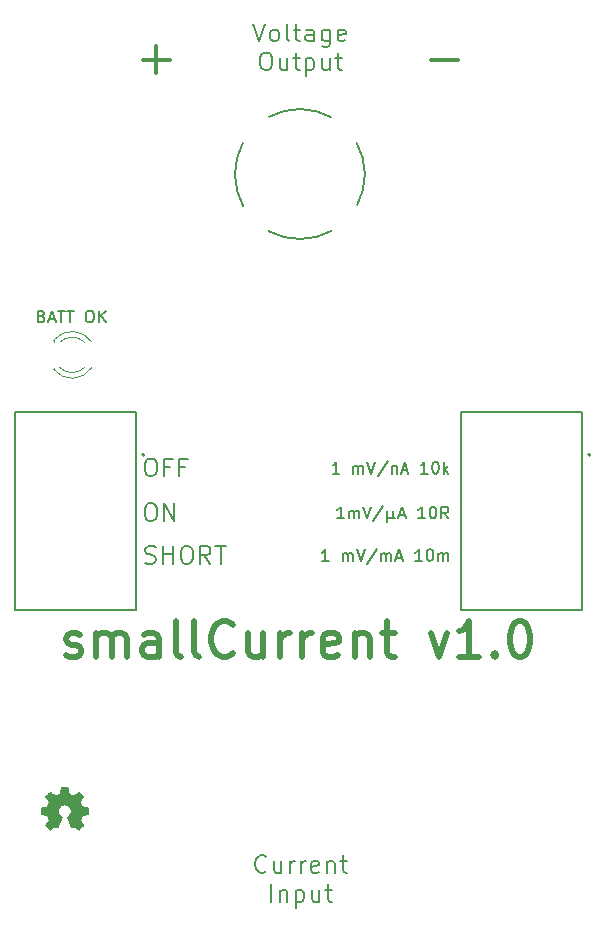
<source format=gbr>
%TF.GenerationSoftware,KiCad,Pcbnew,5.1.8-db9833491~87~ubuntu20.04.1*%
%TF.CreationDate,2020-11-29T21:19:56-07:00*%
%TF.ProjectId,smallcurrent,736d616c-6c63-4757-9272-656e742e6b69,rev?*%
%TF.SameCoordinates,Original*%
%TF.FileFunction,Legend,Top*%
%TF.FilePolarity,Positive*%
%FSLAX46Y46*%
G04 Gerber Fmt 4.6, Leading zero omitted, Abs format (unit mm)*
G04 Created by KiCad (PCBNEW 5.1.8-db9833491~87~ubuntu20.04.1) date 2020-11-29 21:19:56*
%MOMM*%
%LPD*%
G01*
G04 APERTURE LIST*
%ADD10C,0.200000*%
%ADD11C,0.150000*%
%ADD12C,0.300000*%
%ADD13C,0.500000*%
%ADD14C,0.002540*%
%ADD15C,0.120000*%
%ADD16C,0.127000*%
G04 APERTURE END LIST*
D10*
X127190476Y-147252380D02*
X126619047Y-147252380D01*
X126904761Y-147252380D02*
X126904761Y-146252380D01*
X126809523Y-146395238D01*
X126714285Y-146490476D01*
X126619047Y-146538095D01*
X128380952Y-147252380D02*
X128380952Y-146585714D01*
X128380952Y-146680952D02*
X128428571Y-146633333D01*
X128523809Y-146585714D01*
X128666666Y-146585714D01*
X128761904Y-146633333D01*
X128809523Y-146728571D01*
X128809523Y-147252380D01*
X128809523Y-146728571D02*
X128857142Y-146633333D01*
X128952380Y-146585714D01*
X129095238Y-146585714D01*
X129190476Y-146633333D01*
X129238095Y-146728571D01*
X129238095Y-147252380D01*
X129571428Y-146252380D02*
X129904761Y-147252380D01*
X130238095Y-146252380D01*
X131285714Y-146204761D02*
X130428571Y-147490476D01*
X131619047Y-147252380D02*
X131619047Y-146585714D01*
X131619047Y-146680952D02*
X131666666Y-146633333D01*
X131761904Y-146585714D01*
X131904761Y-146585714D01*
X132000000Y-146633333D01*
X132047619Y-146728571D01*
X132047619Y-147252380D01*
X132047619Y-146728571D02*
X132095238Y-146633333D01*
X132190476Y-146585714D01*
X132333333Y-146585714D01*
X132428571Y-146633333D01*
X132476190Y-146728571D01*
X132476190Y-147252380D01*
X132904761Y-146966666D02*
X133380952Y-146966666D01*
X132809523Y-147252380D02*
X133142857Y-146252380D01*
X133476190Y-147252380D01*
X135095238Y-147252380D02*
X134523809Y-147252380D01*
X134809523Y-147252380D02*
X134809523Y-146252380D01*
X134714285Y-146395238D01*
X134619047Y-146490476D01*
X134523809Y-146538095D01*
X135714285Y-146252380D02*
X135809523Y-146252380D01*
X135904761Y-146300000D01*
X135952380Y-146347619D01*
X136000000Y-146442857D01*
X136047619Y-146633333D01*
X136047619Y-146871428D01*
X136000000Y-147061904D01*
X135952380Y-147157142D01*
X135904761Y-147204761D01*
X135809523Y-147252380D01*
X135714285Y-147252380D01*
X135619047Y-147204761D01*
X135571428Y-147157142D01*
X135523809Y-147061904D01*
X135476190Y-146871428D01*
X135476190Y-146633333D01*
X135523809Y-146442857D01*
X135571428Y-146347619D01*
X135619047Y-146300000D01*
X135714285Y-146252380D01*
X136476190Y-147252380D02*
X136476190Y-146585714D01*
X136476190Y-146680952D02*
X136523809Y-146633333D01*
X136619047Y-146585714D01*
X136761904Y-146585714D01*
X136857142Y-146633333D01*
X136904761Y-146728571D01*
X136904761Y-147252380D01*
X136904761Y-146728571D02*
X136952380Y-146633333D01*
X137047619Y-146585714D01*
X137190476Y-146585714D01*
X137285714Y-146633333D01*
X137333333Y-146728571D01*
X137333333Y-147252380D01*
X128491904Y-143652380D02*
X127920476Y-143652380D01*
X128206190Y-143652380D02*
X128206190Y-142652380D01*
X128110952Y-142795238D01*
X128015714Y-142890476D01*
X127920476Y-142938095D01*
X128920476Y-143652380D02*
X128920476Y-142985714D01*
X128920476Y-143080952D02*
X128968095Y-143033333D01*
X129063333Y-142985714D01*
X129206190Y-142985714D01*
X129301428Y-143033333D01*
X129349047Y-143128571D01*
X129349047Y-143652380D01*
X129349047Y-143128571D02*
X129396666Y-143033333D01*
X129491904Y-142985714D01*
X129634761Y-142985714D01*
X129730000Y-143033333D01*
X129777619Y-143128571D01*
X129777619Y-143652380D01*
X130110952Y-142652380D02*
X130444285Y-143652380D01*
X130777619Y-142652380D01*
X131825238Y-142604761D02*
X130968095Y-143890476D01*
X132158571Y-142985714D02*
X132158571Y-143985714D01*
X132634761Y-143509523D02*
X132682380Y-143604761D01*
X132777619Y-143652380D01*
X132158571Y-143509523D02*
X132206190Y-143604761D01*
X132301428Y-143652380D01*
X132491904Y-143652380D01*
X132587142Y-143604761D01*
X132634761Y-143509523D01*
X132634761Y-142985714D01*
X133158571Y-143366666D02*
X133634761Y-143366666D01*
X133063333Y-143652380D02*
X133396666Y-142652380D01*
X133730000Y-143652380D01*
X135349047Y-143652380D02*
X134777619Y-143652380D01*
X135063333Y-143652380D02*
X135063333Y-142652380D01*
X134968095Y-142795238D01*
X134872857Y-142890476D01*
X134777619Y-142938095D01*
X135968095Y-142652380D02*
X136063333Y-142652380D01*
X136158571Y-142700000D01*
X136206190Y-142747619D01*
X136253809Y-142842857D01*
X136301428Y-143033333D01*
X136301428Y-143271428D01*
X136253809Y-143461904D01*
X136206190Y-143557142D01*
X136158571Y-143604761D01*
X136063333Y-143652380D01*
X135968095Y-143652380D01*
X135872857Y-143604761D01*
X135825238Y-143557142D01*
X135777619Y-143461904D01*
X135730000Y-143271428D01*
X135730000Y-143033333D01*
X135777619Y-142842857D01*
X135825238Y-142747619D01*
X135872857Y-142700000D01*
X135968095Y-142652380D01*
X137301428Y-143652380D02*
X136968095Y-143176190D01*
X136730000Y-143652380D02*
X136730000Y-142652380D01*
X137110952Y-142652380D01*
X137206190Y-142700000D01*
X137253809Y-142747619D01*
X137301428Y-142842857D01*
X137301428Y-142985714D01*
X137253809Y-143080952D01*
X137206190Y-143128571D01*
X137110952Y-143176190D01*
X136730000Y-143176190D01*
X128091904Y-139852380D02*
X127520476Y-139852380D01*
X127806190Y-139852380D02*
X127806190Y-138852380D01*
X127710952Y-138995238D01*
X127615714Y-139090476D01*
X127520476Y-139138095D01*
X129282380Y-139852380D02*
X129282380Y-139185714D01*
X129282380Y-139280952D02*
X129330000Y-139233333D01*
X129425238Y-139185714D01*
X129568095Y-139185714D01*
X129663333Y-139233333D01*
X129710952Y-139328571D01*
X129710952Y-139852380D01*
X129710952Y-139328571D02*
X129758571Y-139233333D01*
X129853809Y-139185714D01*
X129996666Y-139185714D01*
X130091904Y-139233333D01*
X130139523Y-139328571D01*
X130139523Y-139852380D01*
X130472857Y-138852380D02*
X130806190Y-139852380D01*
X131139523Y-138852380D01*
X132187142Y-138804761D02*
X131330000Y-140090476D01*
X132520476Y-139185714D02*
X132520476Y-139852380D01*
X132520476Y-139280952D02*
X132568095Y-139233333D01*
X132663333Y-139185714D01*
X132806190Y-139185714D01*
X132901428Y-139233333D01*
X132949047Y-139328571D01*
X132949047Y-139852380D01*
X133377619Y-139566666D02*
X133853809Y-139566666D01*
X133282380Y-139852380D02*
X133615714Y-138852380D01*
X133949047Y-139852380D01*
X135568095Y-139852380D02*
X134996666Y-139852380D01*
X135282380Y-139852380D02*
X135282380Y-138852380D01*
X135187142Y-138995238D01*
X135091904Y-139090476D01*
X134996666Y-139138095D01*
X136187142Y-138852380D02*
X136282380Y-138852380D01*
X136377619Y-138900000D01*
X136425238Y-138947619D01*
X136472857Y-139042857D01*
X136520476Y-139233333D01*
X136520476Y-139471428D01*
X136472857Y-139661904D01*
X136425238Y-139757142D01*
X136377619Y-139804761D01*
X136282380Y-139852380D01*
X136187142Y-139852380D01*
X136091904Y-139804761D01*
X136044285Y-139757142D01*
X135996666Y-139661904D01*
X135949047Y-139471428D01*
X135949047Y-139233333D01*
X135996666Y-139042857D01*
X136044285Y-138947619D01*
X136091904Y-138900000D01*
X136187142Y-138852380D01*
X136949047Y-139852380D02*
X136949047Y-138852380D01*
X137044285Y-139471428D02*
X137330000Y-139852380D01*
X137330000Y-139185714D02*
X136949047Y-139566666D01*
X111972857Y-138578571D02*
X112258571Y-138578571D01*
X112401428Y-138650000D01*
X112544285Y-138792857D01*
X112615714Y-139078571D01*
X112615714Y-139578571D01*
X112544285Y-139864285D01*
X112401428Y-140007142D01*
X112258571Y-140078571D01*
X111972857Y-140078571D01*
X111830000Y-140007142D01*
X111687142Y-139864285D01*
X111615714Y-139578571D01*
X111615714Y-139078571D01*
X111687142Y-138792857D01*
X111830000Y-138650000D01*
X111972857Y-138578571D01*
X113758571Y-139292857D02*
X113258571Y-139292857D01*
X113258571Y-140078571D02*
X113258571Y-138578571D01*
X113972857Y-138578571D01*
X115044285Y-139292857D02*
X114544285Y-139292857D01*
X114544285Y-140078571D02*
X114544285Y-138578571D01*
X115258571Y-138578571D01*
X111972857Y-142378571D02*
X112258571Y-142378571D01*
X112401428Y-142450000D01*
X112544285Y-142592857D01*
X112615714Y-142878571D01*
X112615714Y-143378571D01*
X112544285Y-143664285D01*
X112401428Y-143807142D01*
X112258571Y-143878571D01*
X111972857Y-143878571D01*
X111830000Y-143807142D01*
X111687142Y-143664285D01*
X111615714Y-143378571D01*
X111615714Y-142878571D01*
X111687142Y-142592857D01*
X111830000Y-142450000D01*
X111972857Y-142378571D01*
X113258571Y-143878571D02*
X113258571Y-142378571D01*
X114115714Y-143878571D01*
X114115714Y-142378571D01*
X111678571Y-147407142D02*
X111892857Y-147478571D01*
X112250000Y-147478571D01*
X112392857Y-147407142D01*
X112464285Y-147335714D01*
X112535714Y-147192857D01*
X112535714Y-147050000D01*
X112464285Y-146907142D01*
X112392857Y-146835714D01*
X112250000Y-146764285D01*
X111964285Y-146692857D01*
X111821428Y-146621428D01*
X111750000Y-146550000D01*
X111678571Y-146407142D01*
X111678571Y-146264285D01*
X111750000Y-146121428D01*
X111821428Y-146050000D01*
X111964285Y-145978571D01*
X112321428Y-145978571D01*
X112535714Y-146050000D01*
X113178571Y-147478571D02*
X113178571Y-145978571D01*
X113178571Y-146692857D02*
X114035714Y-146692857D01*
X114035714Y-147478571D02*
X114035714Y-145978571D01*
X115035714Y-145978571D02*
X115321428Y-145978571D01*
X115464285Y-146050000D01*
X115607142Y-146192857D01*
X115678571Y-146478571D01*
X115678571Y-146978571D01*
X115607142Y-147264285D01*
X115464285Y-147407142D01*
X115321428Y-147478571D01*
X115035714Y-147478571D01*
X114892857Y-147407142D01*
X114750000Y-147264285D01*
X114678571Y-146978571D01*
X114678571Y-146478571D01*
X114750000Y-146192857D01*
X114892857Y-146050000D01*
X115035714Y-145978571D01*
X117178571Y-147478571D02*
X116678571Y-146764285D01*
X116321428Y-147478571D02*
X116321428Y-145978571D01*
X116892857Y-145978571D01*
X117035714Y-146050000D01*
X117107142Y-146121428D01*
X117178571Y-146264285D01*
X117178571Y-146478571D01*
X117107142Y-146621428D01*
X117035714Y-146692857D01*
X116892857Y-146764285D01*
X116321428Y-146764285D01*
X117607142Y-145978571D02*
X118464285Y-145978571D01*
X118035714Y-147478571D02*
X118035714Y-145978571D01*
D11*
X102876190Y-126528571D02*
X103019047Y-126576190D01*
X103066666Y-126623809D01*
X103114285Y-126719047D01*
X103114285Y-126861904D01*
X103066666Y-126957142D01*
X103019047Y-127004761D01*
X102923809Y-127052380D01*
X102542857Y-127052380D01*
X102542857Y-126052380D01*
X102876190Y-126052380D01*
X102971428Y-126100000D01*
X103019047Y-126147619D01*
X103066666Y-126242857D01*
X103066666Y-126338095D01*
X103019047Y-126433333D01*
X102971428Y-126480952D01*
X102876190Y-126528571D01*
X102542857Y-126528571D01*
X103495238Y-126766666D02*
X103971428Y-126766666D01*
X103400000Y-127052380D02*
X103733333Y-126052380D01*
X104066666Y-127052380D01*
X104257142Y-126052380D02*
X104828571Y-126052380D01*
X104542857Y-127052380D02*
X104542857Y-126052380D01*
X105019047Y-126052380D02*
X105590476Y-126052380D01*
X105304761Y-127052380D02*
X105304761Y-126052380D01*
X106876190Y-126052380D02*
X107066666Y-126052380D01*
X107161904Y-126100000D01*
X107257142Y-126195238D01*
X107304761Y-126385714D01*
X107304761Y-126719047D01*
X107257142Y-126909523D01*
X107161904Y-127004761D01*
X107066666Y-127052380D01*
X106876190Y-127052380D01*
X106780952Y-127004761D01*
X106685714Y-126909523D01*
X106638095Y-126719047D01*
X106638095Y-126385714D01*
X106685714Y-126195238D01*
X106780952Y-126100000D01*
X106876190Y-126052380D01*
X107733333Y-127052380D02*
X107733333Y-126052380D01*
X108304761Y-127052380D02*
X107876190Y-126480952D01*
X108304761Y-126052380D02*
X107733333Y-126623809D01*
D10*
X121907142Y-173510714D02*
X121835714Y-173582142D01*
X121621428Y-173653571D01*
X121478571Y-173653571D01*
X121264285Y-173582142D01*
X121121428Y-173439285D01*
X121050000Y-173296428D01*
X120978571Y-173010714D01*
X120978571Y-172796428D01*
X121050000Y-172510714D01*
X121121428Y-172367857D01*
X121264285Y-172225000D01*
X121478571Y-172153571D01*
X121621428Y-172153571D01*
X121835714Y-172225000D01*
X121907142Y-172296428D01*
X123192857Y-172653571D02*
X123192857Y-173653571D01*
X122550000Y-172653571D02*
X122550000Y-173439285D01*
X122621428Y-173582142D01*
X122764285Y-173653571D01*
X122978571Y-173653571D01*
X123121428Y-173582142D01*
X123192857Y-173510714D01*
X123907142Y-173653571D02*
X123907142Y-172653571D01*
X123907142Y-172939285D02*
X123978571Y-172796428D01*
X124050000Y-172725000D01*
X124192857Y-172653571D01*
X124335714Y-172653571D01*
X124835714Y-173653571D02*
X124835714Y-172653571D01*
X124835714Y-172939285D02*
X124907142Y-172796428D01*
X124978571Y-172725000D01*
X125121428Y-172653571D01*
X125264285Y-172653571D01*
X126335714Y-173582142D02*
X126192857Y-173653571D01*
X125907142Y-173653571D01*
X125764285Y-173582142D01*
X125692857Y-173439285D01*
X125692857Y-172867857D01*
X125764285Y-172725000D01*
X125907142Y-172653571D01*
X126192857Y-172653571D01*
X126335714Y-172725000D01*
X126407142Y-172867857D01*
X126407142Y-173010714D01*
X125692857Y-173153571D01*
X127050000Y-172653571D02*
X127050000Y-173653571D01*
X127050000Y-172796428D02*
X127121428Y-172725000D01*
X127264285Y-172653571D01*
X127478571Y-172653571D01*
X127621428Y-172725000D01*
X127692857Y-172867857D01*
X127692857Y-173653571D01*
X128192857Y-172653571D02*
X128764285Y-172653571D01*
X128407142Y-172153571D02*
X128407142Y-173439285D01*
X128478571Y-173582142D01*
X128621428Y-173653571D01*
X128764285Y-173653571D01*
X122335714Y-176103571D02*
X122335714Y-174603571D01*
X123050000Y-175103571D02*
X123050000Y-176103571D01*
X123050000Y-175246428D02*
X123121428Y-175175000D01*
X123264285Y-175103571D01*
X123478571Y-175103571D01*
X123621428Y-175175000D01*
X123692857Y-175317857D01*
X123692857Y-176103571D01*
X124407142Y-175103571D02*
X124407142Y-176603571D01*
X124407142Y-175175000D02*
X124550000Y-175103571D01*
X124835714Y-175103571D01*
X124978571Y-175175000D01*
X125050000Y-175246428D01*
X125121428Y-175389285D01*
X125121428Y-175817857D01*
X125050000Y-175960714D01*
X124978571Y-176032142D01*
X124835714Y-176103571D01*
X124550000Y-176103571D01*
X124407142Y-176032142D01*
X126407142Y-175103571D02*
X126407142Y-176103571D01*
X125764285Y-175103571D02*
X125764285Y-175889285D01*
X125835714Y-176032142D01*
X125978571Y-176103571D01*
X126192857Y-176103571D01*
X126335714Y-176032142D01*
X126407142Y-175960714D01*
X126907142Y-175103571D02*
X127478571Y-175103571D01*
X127121428Y-174603571D02*
X127121428Y-175889285D01*
X127192857Y-176032142D01*
X127335714Y-176103571D01*
X127478571Y-176103571D01*
D12*
X135857142Y-104814285D02*
X138142857Y-104814285D01*
X111457142Y-104814285D02*
X113742857Y-104814285D01*
X112600000Y-105957142D02*
X112600000Y-103671428D01*
D10*
X120800000Y-101753571D02*
X121300000Y-103253571D01*
X121800000Y-101753571D01*
X122514285Y-103253571D02*
X122371428Y-103182142D01*
X122300000Y-103110714D01*
X122228571Y-102967857D01*
X122228571Y-102539285D01*
X122300000Y-102396428D01*
X122371428Y-102325000D01*
X122514285Y-102253571D01*
X122728571Y-102253571D01*
X122871428Y-102325000D01*
X122942857Y-102396428D01*
X123014285Y-102539285D01*
X123014285Y-102967857D01*
X122942857Y-103110714D01*
X122871428Y-103182142D01*
X122728571Y-103253571D01*
X122514285Y-103253571D01*
X123871428Y-103253571D02*
X123728571Y-103182142D01*
X123657142Y-103039285D01*
X123657142Y-101753571D01*
X124228571Y-102253571D02*
X124800000Y-102253571D01*
X124442857Y-101753571D02*
X124442857Y-103039285D01*
X124514285Y-103182142D01*
X124657142Y-103253571D01*
X124800000Y-103253571D01*
X125942857Y-103253571D02*
X125942857Y-102467857D01*
X125871428Y-102325000D01*
X125728571Y-102253571D01*
X125442857Y-102253571D01*
X125300000Y-102325000D01*
X125942857Y-103182142D02*
X125800000Y-103253571D01*
X125442857Y-103253571D01*
X125300000Y-103182142D01*
X125228571Y-103039285D01*
X125228571Y-102896428D01*
X125300000Y-102753571D01*
X125442857Y-102682142D01*
X125800000Y-102682142D01*
X125942857Y-102610714D01*
X127300000Y-102253571D02*
X127300000Y-103467857D01*
X127228571Y-103610714D01*
X127157142Y-103682142D01*
X127014285Y-103753571D01*
X126800000Y-103753571D01*
X126657142Y-103682142D01*
X127300000Y-103182142D02*
X127157142Y-103253571D01*
X126871428Y-103253571D01*
X126728571Y-103182142D01*
X126657142Y-103110714D01*
X126585714Y-102967857D01*
X126585714Y-102539285D01*
X126657142Y-102396428D01*
X126728571Y-102325000D01*
X126871428Y-102253571D01*
X127157142Y-102253571D01*
X127300000Y-102325000D01*
X128585714Y-103182142D02*
X128442857Y-103253571D01*
X128157142Y-103253571D01*
X128014285Y-103182142D01*
X127942857Y-103039285D01*
X127942857Y-102467857D01*
X128014285Y-102325000D01*
X128157142Y-102253571D01*
X128442857Y-102253571D01*
X128585714Y-102325000D01*
X128657142Y-102467857D01*
X128657142Y-102610714D01*
X127942857Y-102753571D01*
X121764285Y-104203571D02*
X122050000Y-104203571D01*
X122192857Y-104275000D01*
X122335714Y-104417857D01*
X122407142Y-104703571D01*
X122407142Y-105203571D01*
X122335714Y-105489285D01*
X122192857Y-105632142D01*
X122050000Y-105703571D01*
X121764285Y-105703571D01*
X121621428Y-105632142D01*
X121478571Y-105489285D01*
X121407142Y-105203571D01*
X121407142Y-104703571D01*
X121478571Y-104417857D01*
X121621428Y-104275000D01*
X121764285Y-104203571D01*
X123692857Y-104703571D02*
X123692857Y-105703571D01*
X123050000Y-104703571D02*
X123050000Y-105489285D01*
X123121428Y-105632142D01*
X123264285Y-105703571D01*
X123478571Y-105703571D01*
X123621428Y-105632142D01*
X123692857Y-105560714D01*
X124192857Y-104703571D02*
X124764285Y-104703571D01*
X124407142Y-104203571D02*
X124407142Y-105489285D01*
X124478571Y-105632142D01*
X124621428Y-105703571D01*
X124764285Y-105703571D01*
X125264285Y-104703571D02*
X125264285Y-106203571D01*
X125264285Y-104775000D02*
X125407142Y-104703571D01*
X125692857Y-104703571D01*
X125835714Y-104775000D01*
X125907142Y-104846428D01*
X125978571Y-104989285D01*
X125978571Y-105417857D01*
X125907142Y-105560714D01*
X125835714Y-105632142D01*
X125692857Y-105703571D01*
X125407142Y-105703571D01*
X125264285Y-105632142D01*
X127264285Y-104703571D02*
X127264285Y-105703571D01*
X126621428Y-104703571D02*
X126621428Y-105489285D01*
X126692857Y-105632142D01*
X126835714Y-105703571D01*
X127050000Y-105703571D01*
X127192857Y-105632142D01*
X127264285Y-105560714D01*
X127764285Y-104703571D02*
X128335714Y-104703571D01*
X127978571Y-104203571D02*
X127978571Y-105489285D01*
X128050000Y-105632142D01*
X128192857Y-105703571D01*
X128335714Y-105703571D01*
D13*
X104957142Y-155214285D02*
X105242857Y-155357142D01*
X105814285Y-155357142D01*
X106100000Y-155214285D01*
X106242857Y-154928571D01*
X106242857Y-154785714D01*
X106100000Y-154500000D01*
X105814285Y-154357142D01*
X105385714Y-154357142D01*
X105100000Y-154214285D01*
X104957142Y-153928571D01*
X104957142Y-153785714D01*
X105100000Y-153500000D01*
X105385714Y-153357142D01*
X105814285Y-153357142D01*
X106100000Y-153500000D01*
X107528571Y-155357142D02*
X107528571Y-153357142D01*
X107528571Y-153642857D02*
X107671428Y-153500000D01*
X107957142Y-153357142D01*
X108385714Y-153357142D01*
X108671428Y-153500000D01*
X108814285Y-153785714D01*
X108814285Y-155357142D01*
X108814285Y-153785714D02*
X108957142Y-153500000D01*
X109242857Y-153357142D01*
X109671428Y-153357142D01*
X109957142Y-153500000D01*
X110100000Y-153785714D01*
X110100000Y-155357142D01*
X112814285Y-155357142D02*
X112814285Y-153785714D01*
X112671428Y-153500000D01*
X112385714Y-153357142D01*
X111814285Y-153357142D01*
X111528571Y-153500000D01*
X112814285Y-155214285D02*
X112528571Y-155357142D01*
X111814285Y-155357142D01*
X111528571Y-155214285D01*
X111385714Y-154928571D01*
X111385714Y-154642857D01*
X111528571Y-154357142D01*
X111814285Y-154214285D01*
X112528571Y-154214285D01*
X112814285Y-154071428D01*
X114671428Y-155357142D02*
X114385714Y-155214285D01*
X114242857Y-154928571D01*
X114242857Y-152357142D01*
X116242857Y-155357142D02*
X115957142Y-155214285D01*
X115814285Y-154928571D01*
X115814285Y-152357142D01*
X119100000Y-155071428D02*
X118957142Y-155214285D01*
X118528571Y-155357142D01*
X118242857Y-155357142D01*
X117814285Y-155214285D01*
X117528571Y-154928571D01*
X117385714Y-154642857D01*
X117242857Y-154071428D01*
X117242857Y-153642857D01*
X117385714Y-153071428D01*
X117528571Y-152785714D01*
X117814285Y-152500000D01*
X118242857Y-152357142D01*
X118528571Y-152357142D01*
X118957142Y-152500000D01*
X119100000Y-152642857D01*
X121671428Y-153357142D02*
X121671428Y-155357142D01*
X120385714Y-153357142D02*
X120385714Y-154928571D01*
X120528571Y-155214285D01*
X120814285Y-155357142D01*
X121242857Y-155357142D01*
X121528571Y-155214285D01*
X121671428Y-155071428D01*
X123100000Y-155357142D02*
X123100000Y-153357142D01*
X123100000Y-153928571D02*
X123242857Y-153642857D01*
X123385714Y-153500000D01*
X123671428Y-153357142D01*
X123957142Y-153357142D01*
X124957142Y-155357142D02*
X124957142Y-153357142D01*
X124957142Y-153928571D02*
X125100000Y-153642857D01*
X125242857Y-153500000D01*
X125528571Y-153357142D01*
X125814285Y-153357142D01*
X127957142Y-155214285D02*
X127671428Y-155357142D01*
X127100000Y-155357142D01*
X126814285Y-155214285D01*
X126671428Y-154928571D01*
X126671428Y-153785714D01*
X126814285Y-153500000D01*
X127100000Y-153357142D01*
X127671428Y-153357142D01*
X127957142Y-153500000D01*
X128100000Y-153785714D01*
X128100000Y-154071428D01*
X126671428Y-154357142D01*
X129385714Y-153357142D02*
X129385714Y-155357142D01*
X129385714Y-153642857D02*
X129528571Y-153500000D01*
X129814285Y-153357142D01*
X130242857Y-153357142D01*
X130528571Y-153500000D01*
X130671428Y-153785714D01*
X130671428Y-155357142D01*
X131671428Y-153357142D02*
X132814285Y-153357142D01*
X132100000Y-152357142D02*
X132100000Y-154928571D01*
X132242857Y-155214285D01*
X132528571Y-155357142D01*
X132814285Y-155357142D01*
X135814285Y-153357142D02*
X136528571Y-155357142D01*
X137242857Y-153357142D01*
X139957142Y-155357142D02*
X138242857Y-155357142D01*
X139100000Y-155357142D02*
X139100000Y-152357142D01*
X138814285Y-152785714D01*
X138528571Y-153071428D01*
X138242857Y-153214285D01*
X141242857Y-155071428D02*
X141385714Y-155214285D01*
X141242857Y-155357142D01*
X141100000Y-155214285D01*
X141242857Y-155071428D01*
X141242857Y-155357142D01*
X143242857Y-152357142D02*
X143528571Y-152357142D01*
X143814285Y-152500000D01*
X143957142Y-152642857D01*
X144100000Y-152928571D01*
X144242857Y-153500000D01*
X144242857Y-154214285D01*
X144100000Y-154785714D01*
X143957142Y-155071428D01*
X143814285Y-155214285D01*
X143528571Y-155357142D01*
X143242857Y-155357142D01*
X142957142Y-155214285D01*
X142814285Y-155071428D01*
X142671428Y-154785714D01*
X142528571Y-154214285D01*
X142528571Y-153500000D01*
X142671428Y-152928571D01*
X142814285Y-152642857D01*
X142957142Y-152500000D01*
X143242857Y-152357142D01*
D14*
%TO.C,G\u002A\u002A\u002A*%
G36*
X103588420Y-169995780D02*
G01*
X103608740Y-169985620D01*
X103657000Y-169955140D01*
X103723040Y-169911960D01*
X103801780Y-169858620D01*
X103880520Y-169805280D01*
X103946560Y-169762100D01*
X103992280Y-169731620D01*
X104010060Y-169721460D01*
X104020220Y-169724000D01*
X104058320Y-169744320D01*
X104114200Y-169772260D01*
X104144680Y-169787500D01*
X104195480Y-169810360D01*
X104220880Y-169815440D01*
X104223420Y-169807820D01*
X104243740Y-169769720D01*
X104271680Y-169703680D01*
X104309780Y-169617320D01*
X104352960Y-169515720D01*
X104398680Y-169406500D01*
X104444400Y-169294740D01*
X104490120Y-169188060D01*
X104528220Y-169091540D01*
X104561240Y-169015340D01*
X104581560Y-168959460D01*
X104589180Y-168936600D01*
X104586640Y-168931520D01*
X104561240Y-168908660D01*
X104518060Y-168875640D01*
X104421540Y-168796900D01*
X104330100Y-168680060D01*
X104271680Y-168547980D01*
X104253900Y-168400660D01*
X104269140Y-168266040D01*
X104322480Y-168136500D01*
X104413920Y-168017120D01*
X104525680Y-167930760D01*
X104655220Y-167874880D01*
X104800000Y-167857100D01*
X104939700Y-167872340D01*
X105071780Y-167925680D01*
X105191160Y-168014580D01*
X105239420Y-168073000D01*
X105308000Y-168192380D01*
X105348640Y-168319380D01*
X105351180Y-168349860D01*
X105346100Y-168492100D01*
X105305460Y-168626720D01*
X105231800Y-168746100D01*
X105127660Y-168845160D01*
X105114960Y-168855320D01*
X105066700Y-168890880D01*
X105036220Y-168913740D01*
X105010820Y-168934060D01*
X105188620Y-169365860D01*
X105216560Y-169434440D01*
X105267360Y-169551280D01*
X105310540Y-169652880D01*
X105343560Y-169734160D01*
X105368960Y-169787500D01*
X105379120Y-169810360D01*
X105394360Y-169812900D01*
X105427380Y-169800200D01*
X105488340Y-169772260D01*
X105528980Y-169751940D01*
X105574700Y-169729080D01*
X105595020Y-169721460D01*
X105612800Y-169731620D01*
X105655980Y-169759560D01*
X105719480Y-169802740D01*
X105795680Y-169853540D01*
X105869340Y-169904340D01*
X105937920Y-169950060D01*
X105986180Y-169980540D01*
X106011580Y-169993240D01*
X106014120Y-169993240D01*
X106034440Y-169980540D01*
X106075080Y-169950060D01*
X106133500Y-169894180D01*
X106214780Y-169812900D01*
X106227480Y-169800200D01*
X106296060Y-169729080D01*
X106351940Y-169670660D01*
X106390040Y-169630020D01*
X106402740Y-169612240D01*
X106390040Y-169586840D01*
X106359560Y-169538580D01*
X106313840Y-169470000D01*
X106260500Y-169391260D01*
X106118260Y-169182980D01*
X106197000Y-168987400D01*
X106219860Y-168928980D01*
X106250340Y-168855320D01*
X106273200Y-168804520D01*
X106285900Y-168781660D01*
X106306220Y-168774040D01*
X106359560Y-168761340D01*
X106438300Y-168743560D01*
X106529740Y-168728320D01*
X106618640Y-168710540D01*
X106697380Y-168695300D01*
X106755800Y-168685140D01*
X106781200Y-168680060D01*
X106786280Y-168674980D01*
X106791360Y-168662280D01*
X106796440Y-168636880D01*
X106796440Y-168588620D01*
X106798980Y-168512420D01*
X106798980Y-168400660D01*
X106798980Y-168390500D01*
X106796440Y-168283820D01*
X106796440Y-168200000D01*
X106793900Y-168146660D01*
X106788820Y-168126340D01*
X106763420Y-168118720D01*
X106707540Y-168108560D01*
X106628800Y-168090780D01*
X106532280Y-168073000D01*
X106527200Y-168073000D01*
X106433220Y-168055220D01*
X106354480Y-168037440D01*
X106298600Y-168024740D01*
X106275740Y-168017120D01*
X106270660Y-168012040D01*
X106250340Y-167973940D01*
X106222400Y-167915520D01*
X106191920Y-167844400D01*
X106161440Y-167770740D01*
X106133500Y-167702160D01*
X106115720Y-167653900D01*
X106110640Y-167631040D01*
X106125880Y-167608180D01*
X106158900Y-167557380D01*
X106204620Y-167491340D01*
X106260500Y-167410060D01*
X106263040Y-167402440D01*
X106318920Y-167323700D01*
X106362100Y-167255120D01*
X106392580Y-167206860D01*
X106402740Y-167186540D01*
X106402740Y-167184000D01*
X106384960Y-167161140D01*
X106344320Y-167115420D01*
X106285900Y-167054460D01*
X106214780Y-166983340D01*
X106191920Y-166963020D01*
X106115720Y-166886820D01*
X106062380Y-166836020D01*
X106026820Y-166810620D01*
X106011580Y-166803000D01*
X106011580Y-166805540D01*
X105986180Y-166818240D01*
X105935380Y-166851260D01*
X105866800Y-166899520D01*
X105785520Y-166952860D01*
X105780440Y-166957940D01*
X105701700Y-167011280D01*
X105635660Y-167057000D01*
X105587400Y-167087480D01*
X105567080Y-167100180D01*
X105562000Y-167100180D01*
X105531520Y-167090020D01*
X105473100Y-167072240D01*
X105404520Y-167044300D01*
X105330860Y-167013820D01*
X105262280Y-166985880D01*
X105211480Y-166963020D01*
X105188620Y-166950320D01*
X105188620Y-166947780D01*
X105178460Y-166919840D01*
X105165760Y-166858880D01*
X105147980Y-166777600D01*
X105130200Y-166678540D01*
X105127660Y-166663300D01*
X105109880Y-166569320D01*
X105094640Y-166490580D01*
X105081940Y-166434700D01*
X105076860Y-166411840D01*
X105064160Y-166409300D01*
X105015900Y-166406760D01*
X104944780Y-166404220D01*
X104858420Y-166404220D01*
X104769520Y-166404220D01*
X104683160Y-166406760D01*
X104606960Y-166409300D01*
X104553620Y-166411840D01*
X104530760Y-166416920D01*
X104528220Y-166419460D01*
X104520600Y-166447400D01*
X104507900Y-166508360D01*
X104490120Y-166589640D01*
X104472340Y-166688700D01*
X104469800Y-166706480D01*
X104452020Y-166800460D01*
X104434240Y-166879200D01*
X104424080Y-166932540D01*
X104416460Y-166952860D01*
X104408840Y-166957940D01*
X104370740Y-166975720D01*
X104307240Y-167001120D01*
X104225960Y-167034140D01*
X104043080Y-167107800D01*
X103819560Y-166952860D01*
X103799240Y-166940160D01*
X103717960Y-166884280D01*
X103651920Y-166841100D01*
X103606200Y-166810620D01*
X103585880Y-166800460D01*
X103563020Y-166820780D01*
X103517300Y-166861420D01*
X103456340Y-166922380D01*
X103387760Y-166990960D01*
X103334420Y-167044300D01*
X103273460Y-167107800D01*
X103232820Y-167148440D01*
X103212500Y-167176380D01*
X103204880Y-167194160D01*
X103207420Y-167204320D01*
X103220120Y-167227180D01*
X103253140Y-167275440D01*
X103298860Y-167344020D01*
X103354740Y-167422760D01*
X103400460Y-167491340D01*
X103448720Y-167565000D01*
X103479200Y-167618340D01*
X103491900Y-167646280D01*
X103489360Y-167656440D01*
X103471580Y-167699620D01*
X103446180Y-167768200D01*
X103413160Y-167846940D01*
X103334420Y-168024740D01*
X103217580Y-168045060D01*
X103146460Y-168060300D01*
X103047400Y-168078080D01*
X102953420Y-168095860D01*
X102806100Y-168126340D01*
X102801020Y-168664820D01*
X102823880Y-168674980D01*
X102846740Y-168682600D01*
X102900080Y-168692760D01*
X102978820Y-168708000D01*
X103070260Y-168725780D01*
X103149000Y-168741020D01*
X103227740Y-168756260D01*
X103283620Y-168766420D01*
X103309020Y-168771500D01*
X103316640Y-168781660D01*
X103336960Y-168819760D01*
X103364900Y-168880720D01*
X103395380Y-168954380D01*
X103425860Y-169028040D01*
X103453800Y-169099160D01*
X103474120Y-169152500D01*
X103481740Y-169180440D01*
X103471580Y-169200760D01*
X103441100Y-169246480D01*
X103397920Y-169312520D01*
X103344580Y-169391260D01*
X103288700Y-169470000D01*
X103245520Y-169538580D01*
X103212500Y-169586840D01*
X103199800Y-169607160D01*
X103207420Y-169622400D01*
X103237900Y-169660500D01*
X103296320Y-169721460D01*
X103385220Y-169810360D01*
X103400460Y-169823060D01*
X103469040Y-169891640D01*
X103530000Y-169944980D01*
X103570640Y-169983080D01*
X103588420Y-169995780D01*
G37*
X103588420Y-169995780D02*
X103608740Y-169985620D01*
X103657000Y-169955140D01*
X103723040Y-169911960D01*
X103801780Y-169858620D01*
X103880520Y-169805280D01*
X103946560Y-169762100D01*
X103992280Y-169731620D01*
X104010060Y-169721460D01*
X104020220Y-169724000D01*
X104058320Y-169744320D01*
X104114200Y-169772260D01*
X104144680Y-169787500D01*
X104195480Y-169810360D01*
X104220880Y-169815440D01*
X104223420Y-169807820D01*
X104243740Y-169769720D01*
X104271680Y-169703680D01*
X104309780Y-169617320D01*
X104352960Y-169515720D01*
X104398680Y-169406500D01*
X104444400Y-169294740D01*
X104490120Y-169188060D01*
X104528220Y-169091540D01*
X104561240Y-169015340D01*
X104581560Y-168959460D01*
X104589180Y-168936600D01*
X104586640Y-168931520D01*
X104561240Y-168908660D01*
X104518060Y-168875640D01*
X104421540Y-168796900D01*
X104330100Y-168680060D01*
X104271680Y-168547980D01*
X104253900Y-168400660D01*
X104269140Y-168266040D01*
X104322480Y-168136500D01*
X104413920Y-168017120D01*
X104525680Y-167930760D01*
X104655220Y-167874880D01*
X104800000Y-167857100D01*
X104939700Y-167872340D01*
X105071780Y-167925680D01*
X105191160Y-168014580D01*
X105239420Y-168073000D01*
X105308000Y-168192380D01*
X105348640Y-168319380D01*
X105351180Y-168349860D01*
X105346100Y-168492100D01*
X105305460Y-168626720D01*
X105231800Y-168746100D01*
X105127660Y-168845160D01*
X105114960Y-168855320D01*
X105066700Y-168890880D01*
X105036220Y-168913740D01*
X105010820Y-168934060D01*
X105188620Y-169365860D01*
X105216560Y-169434440D01*
X105267360Y-169551280D01*
X105310540Y-169652880D01*
X105343560Y-169734160D01*
X105368960Y-169787500D01*
X105379120Y-169810360D01*
X105394360Y-169812900D01*
X105427380Y-169800200D01*
X105488340Y-169772260D01*
X105528980Y-169751940D01*
X105574700Y-169729080D01*
X105595020Y-169721460D01*
X105612800Y-169731620D01*
X105655980Y-169759560D01*
X105719480Y-169802740D01*
X105795680Y-169853540D01*
X105869340Y-169904340D01*
X105937920Y-169950060D01*
X105986180Y-169980540D01*
X106011580Y-169993240D01*
X106014120Y-169993240D01*
X106034440Y-169980540D01*
X106075080Y-169950060D01*
X106133500Y-169894180D01*
X106214780Y-169812900D01*
X106227480Y-169800200D01*
X106296060Y-169729080D01*
X106351940Y-169670660D01*
X106390040Y-169630020D01*
X106402740Y-169612240D01*
X106390040Y-169586840D01*
X106359560Y-169538580D01*
X106313840Y-169470000D01*
X106260500Y-169391260D01*
X106118260Y-169182980D01*
X106197000Y-168987400D01*
X106219860Y-168928980D01*
X106250340Y-168855320D01*
X106273200Y-168804520D01*
X106285900Y-168781660D01*
X106306220Y-168774040D01*
X106359560Y-168761340D01*
X106438300Y-168743560D01*
X106529740Y-168728320D01*
X106618640Y-168710540D01*
X106697380Y-168695300D01*
X106755800Y-168685140D01*
X106781200Y-168680060D01*
X106786280Y-168674980D01*
X106791360Y-168662280D01*
X106796440Y-168636880D01*
X106796440Y-168588620D01*
X106798980Y-168512420D01*
X106798980Y-168400660D01*
X106798980Y-168390500D01*
X106796440Y-168283820D01*
X106796440Y-168200000D01*
X106793900Y-168146660D01*
X106788820Y-168126340D01*
X106763420Y-168118720D01*
X106707540Y-168108560D01*
X106628800Y-168090780D01*
X106532280Y-168073000D01*
X106527200Y-168073000D01*
X106433220Y-168055220D01*
X106354480Y-168037440D01*
X106298600Y-168024740D01*
X106275740Y-168017120D01*
X106270660Y-168012040D01*
X106250340Y-167973940D01*
X106222400Y-167915520D01*
X106191920Y-167844400D01*
X106161440Y-167770740D01*
X106133500Y-167702160D01*
X106115720Y-167653900D01*
X106110640Y-167631040D01*
X106125880Y-167608180D01*
X106158900Y-167557380D01*
X106204620Y-167491340D01*
X106260500Y-167410060D01*
X106263040Y-167402440D01*
X106318920Y-167323700D01*
X106362100Y-167255120D01*
X106392580Y-167206860D01*
X106402740Y-167186540D01*
X106402740Y-167184000D01*
X106384960Y-167161140D01*
X106344320Y-167115420D01*
X106285900Y-167054460D01*
X106214780Y-166983340D01*
X106191920Y-166963020D01*
X106115720Y-166886820D01*
X106062380Y-166836020D01*
X106026820Y-166810620D01*
X106011580Y-166803000D01*
X106011580Y-166805540D01*
X105986180Y-166818240D01*
X105935380Y-166851260D01*
X105866800Y-166899520D01*
X105785520Y-166952860D01*
X105780440Y-166957940D01*
X105701700Y-167011280D01*
X105635660Y-167057000D01*
X105587400Y-167087480D01*
X105567080Y-167100180D01*
X105562000Y-167100180D01*
X105531520Y-167090020D01*
X105473100Y-167072240D01*
X105404520Y-167044300D01*
X105330860Y-167013820D01*
X105262280Y-166985880D01*
X105211480Y-166963020D01*
X105188620Y-166950320D01*
X105188620Y-166947780D01*
X105178460Y-166919840D01*
X105165760Y-166858880D01*
X105147980Y-166777600D01*
X105130200Y-166678540D01*
X105127660Y-166663300D01*
X105109880Y-166569320D01*
X105094640Y-166490580D01*
X105081940Y-166434700D01*
X105076860Y-166411840D01*
X105064160Y-166409300D01*
X105015900Y-166406760D01*
X104944780Y-166404220D01*
X104858420Y-166404220D01*
X104769520Y-166404220D01*
X104683160Y-166406760D01*
X104606960Y-166409300D01*
X104553620Y-166411840D01*
X104530760Y-166416920D01*
X104528220Y-166419460D01*
X104520600Y-166447400D01*
X104507900Y-166508360D01*
X104490120Y-166589640D01*
X104472340Y-166688700D01*
X104469800Y-166706480D01*
X104452020Y-166800460D01*
X104434240Y-166879200D01*
X104424080Y-166932540D01*
X104416460Y-166952860D01*
X104408840Y-166957940D01*
X104370740Y-166975720D01*
X104307240Y-167001120D01*
X104225960Y-167034140D01*
X104043080Y-167107800D01*
X103819560Y-166952860D01*
X103799240Y-166940160D01*
X103717960Y-166884280D01*
X103651920Y-166841100D01*
X103606200Y-166810620D01*
X103585880Y-166800460D01*
X103563020Y-166820780D01*
X103517300Y-166861420D01*
X103456340Y-166922380D01*
X103387760Y-166990960D01*
X103334420Y-167044300D01*
X103273460Y-167107800D01*
X103232820Y-167148440D01*
X103212500Y-167176380D01*
X103204880Y-167194160D01*
X103207420Y-167204320D01*
X103220120Y-167227180D01*
X103253140Y-167275440D01*
X103298860Y-167344020D01*
X103354740Y-167422760D01*
X103400460Y-167491340D01*
X103448720Y-167565000D01*
X103479200Y-167618340D01*
X103491900Y-167646280D01*
X103489360Y-167656440D01*
X103471580Y-167699620D01*
X103446180Y-167768200D01*
X103413160Y-167846940D01*
X103334420Y-168024740D01*
X103217580Y-168045060D01*
X103146460Y-168060300D01*
X103047400Y-168078080D01*
X102953420Y-168095860D01*
X102806100Y-168126340D01*
X102801020Y-168664820D01*
X102823880Y-168674980D01*
X102846740Y-168682600D01*
X102900080Y-168692760D01*
X102978820Y-168708000D01*
X103070260Y-168725780D01*
X103149000Y-168741020D01*
X103227740Y-168756260D01*
X103283620Y-168766420D01*
X103309020Y-168771500D01*
X103316640Y-168781660D01*
X103336960Y-168819760D01*
X103364900Y-168880720D01*
X103395380Y-168954380D01*
X103425860Y-169028040D01*
X103453800Y-169099160D01*
X103474120Y-169152500D01*
X103481740Y-169180440D01*
X103471580Y-169200760D01*
X103441100Y-169246480D01*
X103397920Y-169312520D01*
X103344580Y-169391260D01*
X103288700Y-169470000D01*
X103245520Y-169538580D01*
X103212500Y-169586840D01*
X103199800Y-169607160D01*
X103207420Y-169622400D01*
X103237900Y-169660500D01*
X103296320Y-169721460D01*
X103385220Y-169810360D01*
X103400460Y-169823060D01*
X103469040Y-169891640D01*
X103530000Y-169944980D01*
X103570640Y-169983080D01*
X103588420Y-169995780D01*
D15*
%TO.C,D1*%
X103910000Y-128564000D02*
X103910000Y-128720000D01*
X103910000Y-130880000D02*
X103910000Y-131036000D01*
X106511130Y-130879837D02*
G75*
G02*
X104429039Y-130880000I-1041130J1079837D01*
G01*
X106511130Y-128720163D02*
G75*
G03*
X104429039Y-128720000I-1041130J-1079837D01*
G01*
X107142335Y-130878608D02*
G75*
G02*
X103910000Y-131035516I-1672335J1078608D01*
G01*
X107142335Y-128721392D02*
G75*
G03*
X103910000Y-128564484I-1672335J-1078608D01*
G01*
D10*
%TO.C,SW2*%
X111600000Y-138250000D02*
G75*
G03*
X111600000Y-138250000I-100000J0D01*
G01*
D16*
X100650000Y-134600000D02*
X100650000Y-151400000D01*
X100650000Y-151400000D02*
X110850000Y-151400000D01*
X110850000Y-151400000D02*
X110850000Y-134600000D01*
X110850000Y-134600000D02*
X100650000Y-134600000D01*
D10*
%TO.C,SW1*%
X149350000Y-138250000D02*
G75*
G03*
X149350000Y-138250000I-100000J0D01*
G01*
D16*
X138400000Y-134600000D02*
X138400000Y-151400000D01*
X138400000Y-151400000D02*
X148600000Y-151400000D01*
X148600000Y-151400000D02*
X148600000Y-134600000D01*
X148600000Y-134600000D02*
X138400000Y-134600000D01*
%TO.C,BC1*%
X129575400Y-111874600D02*
G75*
G02*
X129601400Y-117116200I-4815290J-2644750D01*
G01*
X127450000Y-119300000D02*
G75*
G02*
X122104000Y-119327000I-2697871J4910957D01*
G01*
X119950000Y-117200000D02*
G75*
G02*
X119923000Y-111854000I4910957J2697871D01*
G01*
X122133800Y-109648600D02*
G75*
G02*
X127396000Y-109673000I2608826J-4815992D01*
G01*
%TD*%
M02*

</source>
